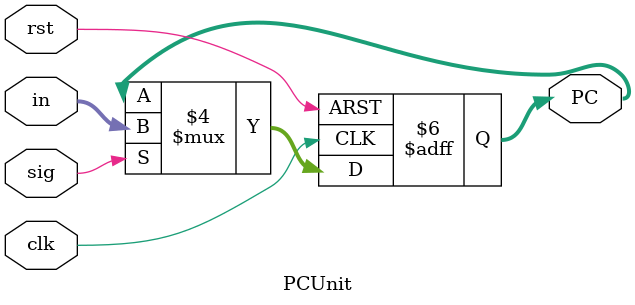
<source format=v>
module PCUnit(in,PC,clk,sig,rst);
    output reg [31:0] PC;
    input [31:0] in;
    input clk;
    input sig;
	 input rst;

    initial
    begin
        PC = 32'h0000_0000;
    end
    always@(negedge clk or posedge rst)
	begin
		if(rst)
			begin
			PC = 32'h0000_0000;
			end
		else if (sig)
            begin
                PC = in;
            end
	end
	

endmodule
</source>
